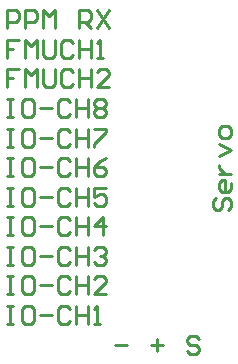
<source format=gto>
G04 Layer_Color=65535*
%FSLAX43Y43*%
%MOMM*%
G71*
G01*
G75*
%ADD17C,0.254*%
D17*
X51689Y43053D02*
X51435Y42799D01*
Y42291D01*
X51689Y42037D01*
X51943D01*
X52197Y42291D01*
Y42799D01*
X52451Y43053D01*
X52705D01*
X52959Y42799D01*
Y42291D01*
X52705Y42037D01*
X52959Y44322D02*
Y43814D01*
X52705Y43561D01*
X52197D01*
X51943Y43814D01*
Y44322D01*
X52197Y44576D01*
X52451D01*
Y43561D01*
X51943Y45084D02*
X52959D01*
X52451D01*
X52197Y45338D01*
X51943Y45592D01*
Y45846D01*
Y46608D02*
X52959Y47115D01*
X51943Y47623D01*
X52959Y48385D02*
Y48893D01*
X52705Y49147D01*
X52197D01*
X51943Y48893D01*
Y48385D01*
X52197Y48131D01*
X52705D01*
X52959Y48385D01*
X34036Y33909D02*
X34544D01*
X34290D01*
Y32385D01*
X34036D01*
X34544D01*
X36067Y33909D02*
X35560D01*
X35306Y33655D01*
Y32639D01*
X35560Y32385D01*
X36067D01*
X36321Y32639D01*
Y33655D01*
X36067Y33909D01*
X36829Y33147D02*
X37845D01*
X39368Y33655D02*
X39114Y33909D01*
X38607D01*
X38353Y33655D01*
Y32639D01*
X38607Y32385D01*
X39114D01*
X39368Y32639D01*
X39876Y33909D02*
Y32385D01*
Y33147D01*
X40892D01*
Y33909D01*
Y32385D01*
X41400D02*
X41907D01*
X41654D01*
Y33909D01*
X41400Y33655D01*
X34036Y36410D02*
X34544D01*
X34290D01*
Y34887D01*
X34036D01*
X34544D01*
X36067Y36410D02*
X35560D01*
X35306Y36156D01*
Y35141D01*
X35560Y34887D01*
X36067D01*
X36321Y35141D01*
Y36156D01*
X36067Y36410D01*
X36829Y35649D02*
X37845D01*
X39368Y36156D02*
X39114Y36410D01*
X38607D01*
X38353Y36156D01*
Y35141D01*
X38607Y34887D01*
X39114D01*
X39368Y35141D01*
X39876Y36410D02*
Y34887D01*
Y35649D01*
X40892D01*
Y36410D01*
Y34887D01*
X42415D02*
X41400D01*
X42415Y35903D01*
Y36156D01*
X42161Y36410D01*
X41654D01*
X41400Y36156D01*
X34036Y38912D02*
X34544D01*
X34290D01*
Y37389D01*
X34036D01*
X34544D01*
X36067Y38912D02*
X35560D01*
X35306Y38658D01*
Y37643D01*
X35560Y37389D01*
X36067D01*
X36321Y37643D01*
Y38658D01*
X36067Y38912D01*
X36829Y38151D02*
X37845D01*
X39368Y38658D02*
X39114Y38912D01*
X38607D01*
X38353Y38658D01*
Y37643D01*
X38607Y37389D01*
X39114D01*
X39368Y37643D01*
X39876Y38912D02*
Y37389D01*
Y38151D01*
X40892D01*
Y38912D01*
Y37389D01*
X41400Y38658D02*
X41654Y38912D01*
X42161D01*
X42415Y38658D01*
Y38404D01*
X42161Y38151D01*
X41907D01*
X42161D01*
X42415Y37897D01*
Y37643D01*
X42161Y37389D01*
X41654D01*
X41400Y37643D01*
X34036Y41414D02*
X34544D01*
X34290D01*
Y39891D01*
X34036D01*
X34544D01*
X36067Y41414D02*
X35560D01*
X35306Y41160D01*
Y40145D01*
X35560Y39891D01*
X36067D01*
X36321Y40145D01*
Y41160D01*
X36067Y41414D01*
X36829Y40652D02*
X37845D01*
X39368Y41160D02*
X39114Y41414D01*
X38607D01*
X38353Y41160D01*
Y40145D01*
X38607Y39891D01*
X39114D01*
X39368Y40145D01*
X39876Y41414D02*
Y39891D01*
Y40652D01*
X40892D01*
Y41414D01*
Y39891D01*
X42161D02*
Y41414D01*
X41400Y40652D01*
X42415D01*
X34036Y43916D02*
X34544D01*
X34290D01*
Y42393D01*
X34036D01*
X34544D01*
X36067Y43916D02*
X35560D01*
X35306Y43662D01*
Y42647D01*
X35560Y42393D01*
X36067D01*
X36321Y42647D01*
Y43662D01*
X36067Y43916D01*
X36829Y43154D02*
X37845D01*
X39368Y43662D02*
X39114Y43916D01*
X38607D01*
X38353Y43662D01*
Y42647D01*
X38607Y42393D01*
X39114D01*
X39368Y42647D01*
X39876Y43916D02*
Y42393D01*
Y43154D01*
X40892D01*
Y43916D01*
Y42393D01*
X42415Y43916D02*
X41400D01*
Y43154D01*
X41907Y43408D01*
X42161D01*
X42415Y43154D01*
Y42647D01*
X42161Y42393D01*
X41654D01*
X41400Y42647D01*
X34036Y46418D02*
X34544D01*
X34290D01*
Y44895D01*
X34036D01*
X34544D01*
X36067Y46418D02*
X35560D01*
X35306Y46164D01*
Y45148D01*
X35560Y44895D01*
X36067D01*
X36321Y45148D01*
Y46164D01*
X36067Y46418D01*
X36829Y45656D02*
X37845D01*
X39368Y46164D02*
X39114Y46418D01*
X38607D01*
X38353Y46164D01*
Y45148D01*
X38607Y44895D01*
X39114D01*
X39368Y45148D01*
X39876Y46418D02*
Y44895D01*
Y45656D01*
X40892D01*
Y46418D01*
Y44895D01*
X42415Y46418D02*
X41907Y46164D01*
X41400Y45656D01*
Y45148D01*
X41654Y44895D01*
X42161D01*
X42415Y45148D01*
Y45402D01*
X42161Y45656D01*
X41400D01*
X34036Y48920D02*
X34544D01*
X34290D01*
Y47396D01*
X34036D01*
X34544D01*
X36067Y48920D02*
X35560D01*
X35306Y48666D01*
Y47650D01*
X35560Y47396D01*
X36067D01*
X36321Y47650D01*
Y48666D01*
X36067Y48920D01*
X36829Y48158D02*
X37845D01*
X39368Y48666D02*
X39114Y48920D01*
X38607D01*
X38353Y48666D01*
Y47650D01*
X38607Y47396D01*
X39114D01*
X39368Y47650D01*
X39876Y48920D02*
Y47396D01*
Y48158D01*
X40892D01*
Y48920D01*
Y47396D01*
X41400Y48920D02*
X42415D01*
Y48666D01*
X41400Y47650D01*
Y47396D01*
X34036Y51422D02*
X34544D01*
X34290D01*
Y49898D01*
X34036D01*
X34544D01*
X36067Y51422D02*
X35560D01*
X35306Y51168D01*
Y50152D01*
X35560Y49898D01*
X36067D01*
X36321Y50152D01*
Y51168D01*
X36067Y51422D01*
X36829Y50660D02*
X37845D01*
X39368Y51168D02*
X39114Y51422D01*
X38607D01*
X38353Y51168D01*
Y50152D01*
X38607Y49898D01*
X39114D01*
X39368Y50152D01*
X39876Y51422D02*
Y49898D01*
Y50660D01*
X40892D01*
Y51422D01*
Y49898D01*
X41400Y51168D02*
X41654Y51422D01*
X42161D01*
X42415Y51168D01*
Y50914D01*
X42161Y50660D01*
X42415Y50406D01*
Y50152D01*
X42161Y49898D01*
X41654D01*
X41400Y50152D01*
Y50406D01*
X41654Y50660D01*
X41400Y50914D01*
Y51168D01*
X41654Y50660D02*
X42161D01*
X35052Y53924D02*
X34036D01*
Y53162D01*
X34544D01*
X34036D01*
Y52400D01*
X35560D02*
Y53924D01*
X36067Y53416D01*
X36575Y53924D01*
Y52400D01*
X37083Y53924D02*
Y52654D01*
X37337Y52400D01*
X37845D01*
X38099Y52654D01*
Y53924D01*
X39622Y53670D02*
X39368Y53924D01*
X38860D01*
X38607Y53670D01*
Y52654D01*
X38860Y52400D01*
X39368D01*
X39622Y52654D01*
X40130Y53924D02*
Y52400D01*
Y53162D01*
X41146D01*
Y53924D01*
Y52400D01*
X42669D02*
X41654D01*
X42669Y53416D01*
Y53670D01*
X42415Y53924D01*
X41907D01*
X41654Y53670D01*
X35052Y56426D02*
X34036D01*
Y55664D01*
X34544D01*
X34036D01*
Y54902D01*
X35560D02*
Y56426D01*
X36067Y55918D01*
X36575Y56426D01*
Y54902D01*
X37083Y56426D02*
Y55156D01*
X37337Y54902D01*
X37845D01*
X38099Y55156D01*
Y56426D01*
X39622Y56172D02*
X39368Y56426D01*
X38860D01*
X38607Y56172D01*
Y55156D01*
X38860Y54902D01*
X39368D01*
X39622Y55156D01*
X40130Y56426D02*
Y54902D01*
Y55664D01*
X41146D01*
Y56426D01*
Y54902D01*
X41654D02*
X42161D01*
X41907D01*
Y56426D01*
X41654Y56172D01*
X34036Y57404D02*
Y58928D01*
X34798D01*
X35052Y58674D01*
Y58166D01*
X34798Y57912D01*
X34036D01*
X35560Y57404D02*
Y58928D01*
X36321D01*
X36575Y58674D01*
Y58166D01*
X36321Y57912D01*
X35560D01*
X37083Y57404D02*
Y58928D01*
X37591Y58420D01*
X38099Y58928D01*
Y57404D01*
X40130D02*
Y58928D01*
X40892D01*
X41146Y58674D01*
Y58166D01*
X40892Y57912D01*
X40130D01*
X40638D02*
X41146Y57404D01*
X41654Y58928D02*
X42669Y57404D01*
Y58928D02*
X41654Y57404D01*
X43180Y30607D02*
X44196D01*
X46227D02*
X47243D01*
X46735Y31115D02*
Y30099D01*
X50290Y31115D02*
X50036Y31369D01*
X49528D01*
X49274Y31115D01*
Y30861D01*
X49528Y30607D01*
X50036D01*
X50290Y30353D01*
Y30099D01*
X50036Y29845D01*
X49528D01*
X49274Y30099D01*
M02*

</source>
